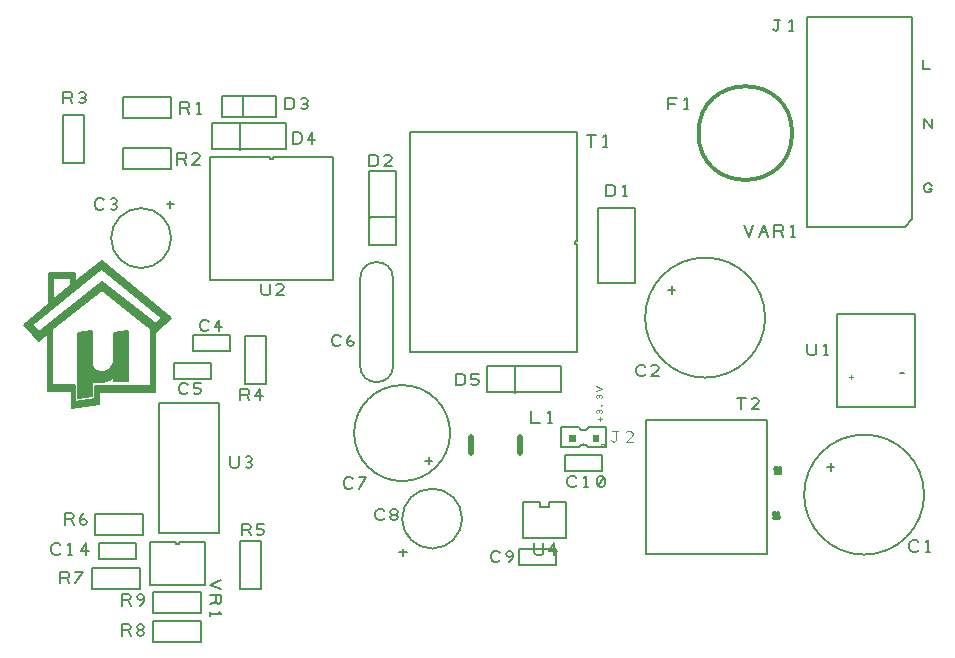
<source format=gbr>
%FSLAX23Y23*%
%MOIN*%
G04 EasyPC Gerber Version 17.0 Build 3379 *
%ADD17C,0.00096*%
%ADD16C,0.00100*%
%ADD11C,0.00394*%
%ADD18C,0.00400*%
%ADD10C,0.00500*%
%ADD12C,0.00787*%
%ADD15C,0.00800*%
%ADD13C,0.01200*%
%ADD14C,0.01969*%
X0Y0D02*
D02*
D10*
X217Y406D02*
X214Y403D01*
X208Y399*
X199*
X192Y403*
X189Y406*
X186Y412*
Y424*
X189Y431*
X192Y434*
X199Y437*
X208*
X214Y434*
X217Y431*
X242Y399D02*
X255D01*
X249D02*
Y437D01*
X242Y431*
X302Y399D02*
Y437D01*
X286Y412*
X311*
X216Y304D02*
Y342D01*
X238*
X244Y339*
X247Y333*
X244Y326*
X238Y323*
X216*
X238D02*
X247Y304D01*
X266D02*
X291Y342D01*
X266*
X226Y1904D02*
Y1942D01*
X248*
X254Y1939*
X257Y1933*
X254Y1926*
X248Y1923*
X226*
X248D02*
X257Y1904D01*
X279Y1908D02*
X286Y1904D01*
X292*
X298Y1908*
X301Y1914*
X298Y1920*
X292Y1923*
X286*
X292D02*
X298Y1926D01*
X301Y1933*
X298Y1939*
X292Y1942*
X286*
X279Y1939*
X231Y499D02*
Y537D01*
X253*
X259Y534*
X262Y528*
X259Y521*
X253Y518*
X231*
X253D02*
X262Y499D01*
X281Y509D02*
X284Y515D01*
X291Y518*
X297*
X303Y515*
X306Y509*
X303Y503*
X297Y499*
X291*
X284Y503*
X281Y509*
Y518*
X284Y528*
X291Y534*
X297Y537*
X276Y1140D02*
X322Y1145D01*
X322Y1039*
X323Y1030*
X326Y1024*
X329Y1019*
X332Y1016*
X335Y1014*
X337Y1012*
X341Y1011*
X345Y1010*
X349Y1009*
X352Y1009*
X356Y1009*
X359Y1009*
X363Y1010*
X366Y1011*
X369Y1012*
X373Y1013*
X376Y1015*
X380Y1018*
X384Y1021*
X387Y1025*
X389Y1029*
X391Y1032*
X393Y1036*
X394Y1040*
X394Y1045*
X395Y1051*
X395Y1140*
X441Y1145*
X441Y980*
X397Y977*
X397Y999*
X394Y994*
X389Y990*
X385Y986*
X381Y983*
X376Y981*
X371Y979*
X365Y977*
X362Y976*
X357Y975*
X351Y975*
X346Y974*
X342Y974*
X337Y974*
X332Y975*
X328Y975*
X325Y976*
X322Y976*
X322Y928*
X277Y922*
X276Y1140*
G36*
X322Y1145*
X322Y1039*
X323Y1030*
X326Y1024*
X329Y1019*
X332Y1016*
X335Y1014*
X337Y1012*
X341Y1011*
X345Y1010*
X349Y1009*
X352Y1009*
X356Y1009*
X359Y1009*
X363Y1010*
X366Y1011*
X369Y1012*
X373Y1013*
X376Y1015*
X380Y1018*
X384Y1021*
X387Y1025*
X389Y1029*
X391Y1032*
X393Y1036*
X394Y1040*
X394Y1045*
X395Y1051*
X395Y1140*
X441Y1145*
X441Y980*
X397Y977*
X397Y999*
X394Y994*
X389Y990*
X385Y986*
X381Y983*
X376Y981*
X371Y979*
X365Y977*
X362Y976*
X357Y975*
X351Y975*
X346Y974*
X342Y974*
X337Y974*
X332Y975*
X328Y975*
X325Y976*
X322Y976*
X322Y928*
X277Y922*
X276Y1140*
G37*
X296Y1705D02*
Y1865D01*
X226*
Y1705*
X296*
X362Y1556D02*
X359Y1553D01*
X353Y1549*
X344*
X337Y1553*
X334Y1556*
X331Y1562*
Y1574*
X334Y1581*
X337Y1584*
X344Y1587*
X353*
X359Y1584*
X362Y1581*
X384Y1553D02*
X391Y1549D01*
X397*
X403Y1553*
X406Y1559*
X403Y1565*
X397Y1568*
X391*
X397D02*
X403Y1571D01*
X406Y1578*
X403Y1584*
X397Y1587*
X391*
X384Y1584*
X353Y1351D02*
X121Y1165D01*
X145Y1141*
X354Y1307*
X535Y1168*
X557Y1190*
X354Y1351*
X354Y1377*
X584Y1190*
X532Y1137*
X532Y941*
X332Y941*
X332Y962*
X519Y962*
X519Y1152*
X354Y1281*
X190Y1151*
Y964*
X265Y964*
Y910*
X332Y918*
X332Y940*
X345Y941*
X345Y902*
X256Y889*
X256Y944*
X177Y944*
X176Y1140*
X145Y1112*
X94Y1165*
X178Y1234*
X178Y1339*
X267*
X267Y1307*
X251Y1296*
X251Y1323*
X192*
X192Y1247*
X267Y1307*
X354Y1377*
X353Y1351*
G36*
X121Y1165*
X145Y1141*
X354Y1307*
X535Y1168*
X557Y1190*
X354Y1351*
X354Y1377*
X584Y1190*
X532Y1137*
X532Y941*
X332Y941*
X332Y962*
X519Y962*
X519Y1152*
X354Y1281*
X190Y1151*
Y964*
X265Y964*
Y910*
X332Y918*
X332Y940*
X345Y941*
X345Y902*
X256Y889*
X256Y944*
X177Y944*
X176Y1140*
X145Y1112*
X94Y1165*
X178Y1234*
X178Y1339*
X267*
X267Y1307*
X251Y1296*
X251Y1323*
X192*
X192Y1247*
X267Y1307*
X354Y1377*
X353Y1351*
G37*
X421Y129D02*
Y167D01*
X443*
X449Y164*
X452Y158*
X449Y151*
X443Y148*
X421*
X443D02*
X452Y129D01*
X481Y148D02*
X487D01*
X493Y151*
X496Y158*
X493Y164*
X487Y167*
X481*
X474Y164*
X471Y158*
X474Y151*
X481Y148*
X474Y145*
X471Y139*
X474Y133*
X481Y129*
X487*
X493Y133*
X496Y139*
X493Y145*
X487Y148*
X421Y229D02*
Y267D01*
X443*
X449Y264*
X452Y258*
X449Y251*
X443Y248*
X421*
X443D02*
X452Y229D01*
X481D02*
X487Y233D01*
X493Y239*
X496Y248*
Y258*
X493Y264*
X487Y267*
X481*
X474Y264*
X471Y258*
X474Y251*
X481Y248*
X487*
X493Y251*
X496Y258*
X426Y1685D02*
X586D01*
Y1755*
X426*
Y1685*
Y1855D02*
X586D01*
Y1925*
X426*
Y1855*
X468Y437D02*
Y384D01*
X345*
Y437*
X468*
X481Y355D02*
X321D01*
Y285*
X481*
Y355*
X486Y1555D02*
G75*
G02X586Y1455J-100D01*
G01*
G75*
G02X486Y1355I-100*
G01*
G75*
G02X386Y1455J100*
G01*
G75*
G02X486Y1555I100*
G01*
X491Y535D02*
X331D01*
Y465*
X491*
Y535*
X526Y110D02*
X686D01*
Y180*
X526*
Y110*
X583Y1580D02*
Y1555D01*
X571Y1568D02*
X596D01*
X595Y984D02*
Y1037D01*
X718*
Y984*
X595*
X606Y1699D02*
Y1737D01*
X628*
X634Y1734*
X637Y1728*
X634Y1721*
X628Y1718*
X606*
X628D02*
X637Y1699D01*
X681D02*
X656D01*
X678Y1721*
X681Y1728*
X678Y1734*
X672Y1737*
X662*
X656Y1734*
X642Y941D02*
X639Y938D01*
X633Y934*
X624*
X617Y938*
X614Y941*
X611Y947*
Y959*
X614Y966*
X617Y969*
X624Y972*
X633*
X639Y969*
X642Y966*
X661Y938D02*
X667Y934D01*
X677*
X683Y938*
X686Y944*
Y947*
X683Y953*
X677Y956*
X661*
Y972*
X686*
X616Y1869D02*
Y1907D01*
X638*
X644Y1904*
X647Y1898*
X644Y1891*
X638Y1888*
X616*
X638D02*
X647Y1869D01*
X672D02*
X685D01*
X679D02*
Y1907D01*
X672Y1901*
X660Y1079D02*
Y1132D01*
X783*
Y1079*
X660*
X712Y1151D02*
X709Y1148D01*
X703Y1144*
X694*
X687Y1148*
X684Y1151*
X681Y1157*
Y1169*
X684Y1176*
X687Y1179*
X694Y1182*
X703*
X709Y1179*
X712Y1176*
X747Y1144D02*
Y1182D01*
X731Y1157*
X756*
X686Y275D02*
X526D01*
Y205*
X686*
Y275*
X698Y441D02*
Y299D01*
X514*
Y441*
X601*
Y436*
X611*
Y441*
X698*
X753Y315D02*
X716Y299D01*
X753Y284*
X716Y265D02*
X753D01*
Y243*
X750Y237*
X744Y234*
X737Y237*
X734Y243*
Y265*
Y243D02*
X716Y234D01*
Y209D02*
Y196D01*
Y203D02*
X753D01*
X747Y209*
X744Y472D02*
Y905D01*
X547*
Y472*
X744*
X781Y727D02*
Y699D01*
X784Y693*
X791Y689*
X803*
X809Y693*
X812Y699*
Y727*
X834Y693D02*
X841Y689D01*
X847*
X853Y693*
X856Y699*
X853Y705*
X847Y708*
X841*
X847D02*
X853Y711D01*
X856Y718*
X853Y724*
X847Y727*
X841*
X834Y724*
X816Y1750D02*
Y1838D01*
X814*
X816Y445D02*
Y285D01*
X886*
Y445*
X816*
Y914D02*
Y952D01*
X838*
X844Y949*
X847Y943*
X844Y936*
X838Y933*
X816*
X838D02*
X847Y914D01*
X882D02*
Y952D01*
X866Y927*
X891*
X821Y464D02*
Y502D01*
X843*
X849Y499*
X852Y493*
X849Y486*
X843Y483*
X821*
X843D02*
X852Y464D01*
X871Y468D02*
X877Y464D01*
X887*
X893Y468*
X896Y474*
Y477*
X893Y483*
X887Y486*
X871*
Y502*
X896*
X825Y1929D02*
Y1862D01*
X824*
X831Y1130D02*
Y970D01*
X901*
Y1130*
X831*
X886Y1302D02*
Y1274D01*
X889Y1268*
X896Y1264*
X908*
X914Y1268*
X917Y1274*
Y1302*
X961Y1264D02*
X936D01*
X958Y1286*
X961Y1293*
X958Y1299*
X952Y1302*
X942*
X936Y1299*
X937Y1930D02*
X755D01*
Y1860*
X937*
Y1930*
X966Y1884D02*
Y1922D01*
X985*
X991Y1919*
X994Y1916*
X997Y1909*
Y1897*
X994Y1891*
X991Y1888*
X985Y1884*
X966*
X1019Y1888D02*
X1026Y1884D01*
X1032*
X1038Y1888*
X1041Y1894*
X1038Y1900*
X1032Y1903*
X1026*
X1032D02*
X1038Y1906D01*
X1041Y1913*
X1038Y1919*
X1032Y1922*
X1026*
X1019Y1919*
X969Y1839D02*
X723D01*
Y1751*
X969*
Y1839*
X991Y1769D02*
Y1807D01*
X1010*
X1016Y1804*
X1019Y1801*
X1022Y1794*
Y1782*
X1019Y1776*
X1016Y1773*
X1010Y1769*
X991*
X1057D02*
Y1807D01*
X1041Y1782*
X1066*
X1152Y1101D02*
X1149Y1098D01*
X1143Y1094*
X1134*
X1127Y1098*
X1124Y1101*
X1121Y1107*
Y1119*
X1124Y1126*
X1127Y1129*
X1134Y1132*
X1143*
X1149Y1129*
X1152Y1126*
X1171Y1104D02*
X1174Y1110D01*
X1181Y1113*
X1187*
X1193Y1110*
X1196Y1104*
X1193Y1098*
X1187Y1094*
X1181*
X1174Y1098*
X1171Y1104*
Y1113*
X1174Y1123*
X1181Y1129*
X1187Y1132*
X1126Y1725D02*
Y1315D01*
X716*
Y1725*
X915*
Y1719*
X927*
Y1725*
X1126*
X1192Y626D02*
X1189Y623D01*
X1183Y619*
X1174*
X1167Y623*
X1164Y626*
X1161Y632*
Y644*
X1164Y651*
X1167Y654*
X1174Y657*
X1183*
X1189Y654*
X1192Y651*
X1211Y619D02*
X1236Y657D01*
X1211*
X1246Y1694D02*
Y1732D01*
X1265*
X1271Y1729*
X1274Y1726*
X1277Y1719*
Y1707*
X1274Y1701*
X1271Y1698*
X1265Y1694*
X1246*
X1321D02*
X1296D01*
X1318Y1716*
X1321Y1723*
X1318Y1729*
X1312Y1732*
X1302*
X1296Y1729*
X1247Y1678D02*
Y1432D01*
X1335*
Y1678*
X1247*
X1297Y521D02*
X1294Y518D01*
X1288Y514*
X1279*
X1272Y518*
X1269Y521*
X1266Y527*
Y539*
X1269Y546*
X1272Y549*
X1279Y552*
X1288*
X1294Y549*
X1297Y546*
X1326Y533D02*
X1332D01*
X1338Y536*
X1341Y543*
X1338Y549*
X1332Y552*
X1326*
X1319Y549*
X1316Y543*
X1319Y536*
X1326Y533*
X1319Y530*
X1316Y524*
X1319Y518*
X1326Y514*
X1332*
X1338Y518*
X1341Y524*
X1338Y530*
X1332Y533*
X1326Y1030D02*
Y1320D01*
G75*
G03X1216I-55*
G01*
Y1030*
G75*
G03X1326I55*
G01*
X1337Y1525D02*
X1248D01*
Y1523*
X1359Y395D02*
Y420D01*
X1372Y408D02*
X1347D01*
X1456Y420D02*
G75*
G02X1356Y520J100D01*
G01*
G75*
G02X1456Y620I100*
G01*
G75*
G02X1556Y520J-100*
G01*
G75*
G02X1456Y420I-100*
G01*
Y713D02*
X1431D01*
X1444Y726D02*
Y701D01*
X1516Y805D02*
G75*
G02X1356Y645I-160D01*
G01*
G75*
G02X1196Y805J160*
G01*
G75*
G02X1356Y965I160*
G01*
G75*
G02X1516Y805J-160*
G01*
X1536Y964D02*
Y1002D01*
X1555*
X1561Y999*
X1564Y996*
X1567Y989*
Y977*
X1564Y971*
X1561Y968*
X1555Y964*
X1536*
X1586Y968D02*
X1592Y964D01*
X1602*
X1608Y968*
X1611Y974*
Y977*
X1608Y983*
X1602Y986*
X1586*
Y1002*
X1611*
X1682Y381D02*
X1679Y378D01*
X1673Y374*
X1664*
X1657Y378*
X1654Y381*
X1651Y387*
Y399*
X1654Y406*
X1657Y409*
X1664Y412*
X1673*
X1679Y409*
X1682Y406*
X1711Y374D02*
X1717Y378D01*
X1723Y384*
X1726Y393*
Y403*
X1723Y409*
X1717Y412*
X1711*
X1704Y409*
X1701Y403*
X1704Y396*
X1711Y393*
X1717*
X1723Y396*
X1726Y403*
X1731Y940D02*
Y1028D01*
X1729*
X1786Y877D02*
Y839D01*
X1817*
X1842D02*
X1855D01*
X1849D02*
Y877D01*
X1842Y871*
X1796Y437D02*
Y409D01*
X1799Y403*
X1806Y399*
X1818*
X1824Y403*
X1827Y409*
Y437*
X1862Y399D02*
Y437D01*
X1846Y412*
X1871*
X1868Y417D02*
Y364D01*
X1745*
Y417*
X1868*
X1884Y1029D02*
X1638D01*
Y941*
X1884*
Y1029*
X1902Y574D02*
Y456D01*
X1760*
Y574*
X1816*
Y559*
X1846*
Y574*
X1902*
X1937Y631D02*
X1934Y628D01*
X1928Y624*
X1919*
X1912Y628*
X1909Y631*
X1906Y637*
Y649*
X1909Y656*
X1912Y659*
X1919Y662*
X1928*
X1934Y659*
X1937Y656*
X1962Y624D02*
X1975D01*
X1969D02*
Y662D01*
X1962Y656*
X2009Y628D02*
X2016Y624D01*
X2022*
X2028Y628*
X2031Y634*
Y653*
X2028Y659*
X2022Y662*
X2016*
X2009Y659*
X2006Y653*
Y634*
X2009Y628*
X2028Y659*
X1940Y1074D02*
X1383D01*
Y1807*
X1940*
Y1446*
X1933*
Y1434*
X1940*
Y1074*
X1987Y1759D02*
Y1797D01*
X1971D02*
X2002D01*
X2027Y1759D02*
X2040D01*
X2034D02*
Y1797D01*
X2027Y1791*
X2023Y732D02*
Y679D01*
X1900*
Y732*
X2023*
X2036Y1594D02*
Y1632D01*
X2055*
X2061Y1629*
X2064Y1626*
X2067Y1619*
Y1607*
X2064Y1601*
X2061Y1598*
X2055Y1594*
X2036*
X2092D02*
X2105D01*
X2099D02*
Y1632D01*
X2092Y1626*
X2132Y1304D02*
Y1556D01*
X2010*
Y1304*
X2132*
X2167Y1001D02*
X2164Y998D01*
X2158Y994*
X2149*
X2142Y998*
X2139Y1001*
X2136Y1007*
Y1019*
X2139Y1026*
X2142Y1029*
X2149Y1032*
X2158*
X2164Y1029*
X2167Y1026*
X2211Y994D02*
X2186D01*
X2208Y1016*
X2211Y1023*
X2208Y1029*
X2202Y1032*
X2192*
X2186Y1029*
X2166Y1190D02*
G75*
G02X2366Y1390I200D01*
G01*
G75*
G02X2566Y1190J-200*
G01*
G75*
G02X2366Y990I-200*
G01*
G75*
G02X2166Y1190J200*
G01*
X2241Y1282D02*
X2266D01*
X2254Y1269D02*
Y1294D01*
X2241Y1884D02*
Y1922D01*
X2272*
X2266Y1903D02*
X2241D01*
X2297Y1884D02*
X2310D01*
X2304D02*
Y1922D01*
X2297Y1916*
X2487Y884D02*
Y922D01*
X2471D02*
X2502D01*
X2546Y884D02*
X2521D01*
X2543Y906*
X2546Y913*
X2543Y919*
X2537Y922*
X2527*
X2521Y919*
X2496Y1497D02*
X2512Y1459D01*
X2527Y1497*
X2546Y1459D02*
X2562Y1497D01*
X2577Y1459*
X2552Y1475D02*
X2571D01*
X2596Y1459D02*
Y1497D01*
X2618*
X2624Y1494*
X2627Y1488*
X2624Y1481*
X2618Y1478*
X2596*
X2618D02*
X2627Y1459D01*
X2652D02*
X2665D01*
X2659D02*
Y1497D01*
X2652Y1491*
X2573Y403D02*
X2169D01*
Y847*
X2573*
Y631*
X2573*
Y619*
X2573*
Y403*
X2591Y2151D02*
X2594Y2148D01*
X2601Y2144*
X2607Y2148*
X2610Y2151*
Y2182*
X2616*
X2610D02*
X2597D01*
X2647Y2144D02*
X2660D01*
X2654D02*
Y2182D01*
X2647Y2176*
X2696Y600D02*
G75*
G02X2896Y800I200D01*
G01*
G75*
G02X3096Y600J-200*
G01*
G75*
G02X2896Y400I-200*
G01*
G75*
G02X2696Y600J200*
G01*
X2706Y1102D02*
Y1074D01*
X2709Y1068*
X2716Y1064*
X2728*
X2734Y1068*
X2737Y1074*
Y1102*
X2762Y1064D02*
X2775D01*
X2769D02*
Y1102D01*
X2762Y1096*
X2706Y1493D02*
Y2193D01*
X3056*
Y1518*
X3031Y1493*
X2706*
X2771Y692D02*
X2796D01*
X2784Y679D02*
Y704D01*
X3077Y416D02*
X3074Y413D01*
X3068Y409*
X3059*
X3052Y413*
X3049Y416*
X3046Y422*
Y434*
X3049Y441*
X3052Y444*
X3059Y447*
X3068*
X3074Y444*
X3077Y441*
X3102Y409D02*
X3115D01*
X3109D02*
Y447D01*
X3102Y441*
X3066Y1203D02*
X2804D01*
Y893*
X3066*
Y1203*
D02*
D11*
X2015Y845D02*
Y858D01*
X2022Y851D02*
X2009D01*
X2020Y872D02*
X2022Y875D01*
Y878*
X2020Y881*
X2017Y883*
X2014Y881*
X2012Y878*
Y875*
Y878D02*
X2011Y881D01*
X2007Y883*
X2004Y881*
X2003Y878*
Y875*
X2004Y872*
X2022Y897D02*
X2020Y898D01*
X2018Y897*
X2020Y895*
X2022Y897*
X2020Y922D02*
X2022Y925D01*
Y928*
X2020Y931*
X2017Y933*
X2014Y931*
X2012Y928*
Y925*
Y928D02*
X2011Y931D01*
X2007Y933*
X2004Y931*
X2003Y928*
Y925*
X2004Y922*
X2003Y945D02*
X2022Y953D01*
X2003Y961*
X2846Y991D02*
X2859D01*
X2852Y985D02*
Y997D01*
D02*
D12*
X3016Y1006D02*
X3029D01*
X3091Y2047D02*
Y2017D01*
X3116*
X3113Y1620D02*
X3121D01*
Y1617*
X3118Y1612*
X3116Y1610*
X3111Y1607*
X3106*
X3101Y1610*
X3099Y1612*
X3096Y1617*
Y1627*
X3099Y1632*
X3101Y1635*
X3106Y1637*
X3111*
X3116Y1635*
X3118Y1632*
X3121Y1627*
X3096Y1822D02*
Y1852D01*
X3121Y1822*
Y1852*
D02*
D13*
X2656Y1805D02*
G75*
G03X2344I-156D01*
G01*
G75*
G03X2656I156*
G01*
D02*
D14*
X1584Y792D02*
Y737D01*
X1749Y792D02*
Y737D01*
X2609Y524D02*
G75*
G03X2598Y536I-5J6D01*
G01*
G75*
G03X2609Y524I5J-6*
G01*
X2614Y674D02*
G75*
G03X2603Y686I-5J6D01*
G01*
G75*
G03X2614Y674I5J-6*
G01*
D02*
D15*
X1945Y757D02*
G75*
G02X1977I16J-7D01*
G01*
X2036*
Y824*
X1977*
G75*
G02X1945I-16J7*
G01*
X1886*
Y757*
X1945*
D02*
D16*
X1932Y780D02*
Y800D01*
X1912*
Y780*
X1932*
G36*
Y800*
X1912*
Y780*
X1932*
G37*
X2010D02*
Y800D01*
X1991*
Y780*
X2010*
G36*
Y800*
X1991*
Y780*
X2010*
G37*
D02*
D17*
X2028Y766D02*
Y769D01*
Y768D02*
X2019D01*
X2020Y766*
D02*
D18*
X2051Y781D02*
X2054Y778D01*
X2061Y774*
X2067Y778*
X2070Y781*
Y812*
X2076*
X2070D02*
X2057D01*
X2126Y774D02*
X2101D01*
X2123Y796*
X2126Y803*
X2123Y809*
X2117Y812*
X2107*
X2101Y809*
X0Y0D02*
M02*

</source>
